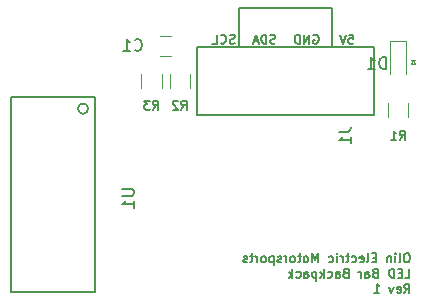
<source format=gbr>
G04 #@! TF.FileFunction,Legend,Bot*
%FSLAX46Y46*%
G04 Gerber Fmt 4.6, Leading zero omitted, Abs format (unit mm)*
G04 Created by KiCad (PCBNEW 4.0.7-e2-6376~58~ubuntu16.04.1) date Sat Feb  3 17:42:28 2018*
%MOMM*%
%LPD*%
G01*
G04 APERTURE LIST*
%ADD10C,0.100000*%
%ADD11C,0.152400*%
%ADD12C,0.127000*%
%ADD13C,0.150000*%
%ADD14C,0.120000*%
G04 APERTURE END LIST*
D10*
D11*
X204016429Y-119318314D02*
X203871286Y-119318314D01*
X203798714Y-119354600D01*
X203726143Y-119427171D01*
X203689857Y-119572314D01*
X203689857Y-119826314D01*
X203726143Y-119971457D01*
X203798714Y-120044029D01*
X203871286Y-120080314D01*
X204016429Y-120080314D01*
X204089000Y-120044029D01*
X204161571Y-119971457D01*
X204197857Y-119826314D01*
X204197857Y-119572314D01*
X204161571Y-119427171D01*
X204089000Y-119354600D01*
X204016429Y-119318314D01*
X203254428Y-120080314D02*
X203327000Y-120044029D01*
X203363285Y-119971457D01*
X203363285Y-119318314D01*
X202964142Y-120080314D02*
X202964142Y-119572314D01*
X202964142Y-119318314D02*
X203000428Y-119354600D01*
X202964142Y-119390886D01*
X202927857Y-119354600D01*
X202964142Y-119318314D01*
X202964142Y-119390886D01*
X202601285Y-119572314D02*
X202601285Y-120080314D01*
X202601285Y-119644886D02*
X202565000Y-119608600D01*
X202492428Y-119572314D01*
X202383571Y-119572314D01*
X202311000Y-119608600D01*
X202274714Y-119681171D01*
X202274714Y-120080314D01*
X201331285Y-119681171D02*
X201077285Y-119681171D01*
X200968428Y-120080314D02*
X201331285Y-120080314D01*
X201331285Y-119318314D01*
X200968428Y-119318314D01*
X200532999Y-120080314D02*
X200605571Y-120044029D01*
X200641856Y-119971457D01*
X200641856Y-119318314D01*
X199952428Y-120044029D02*
X200024999Y-120080314D01*
X200170142Y-120080314D01*
X200242713Y-120044029D01*
X200278999Y-119971457D01*
X200278999Y-119681171D01*
X200242713Y-119608600D01*
X200170142Y-119572314D01*
X200024999Y-119572314D01*
X199952428Y-119608600D01*
X199916142Y-119681171D01*
X199916142Y-119753743D01*
X200278999Y-119826314D01*
X199262999Y-120044029D02*
X199335570Y-120080314D01*
X199480713Y-120080314D01*
X199553285Y-120044029D01*
X199589570Y-120007743D01*
X199625856Y-119935171D01*
X199625856Y-119717457D01*
X199589570Y-119644886D01*
X199553285Y-119608600D01*
X199480713Y-119572314D01*
X199335570Y-119572314D01*
X199262999Y-119608600D01*
X199045285Y-119572314D02*
X198754999Y-119572314D01*
X198936427Y-119318314D02*
X198936427Y-119971457D01*
X198900142Y-120044029D01*
X198827570Y-120080314D01*
X198754999Y-120080314D01*
X198500998Y-120080314D02*
X198500998Y-119572314D01*
X198500998Y-119717457D02*
X198464713Y-119644886D01*
X198428427Y-119608600D01*
X198355856Y-119572314D01*
X198283284Y-119572314D01*
X198029284Y-120080314D02*
X198029284Y-119572314D01*
X198029284Y-119318314D02*
X198065570Y-119354600D01*
X198029284Y-119390886D01*
X197992999Y-119354600D01*
X198029284Y-119318314D01*
X198029284Y-119390886D01*
X197339856Y-120044029D02*
X197412427Y-120080314D01*
X197557570Y-120080314D01*
X197630142Y-120044029D01*
X197666427Y-120007743D01*
X197702713Y-119935171D01*
X197702713Y-119717457D01*
X197666427Y-119644886D01*
X197630142Y-119608600D01*
X197557570Y-119572314D01*
X197412427Y-119572314D01*
X197339856Y-119608600D01*
X196432713Y-120080314D02*
X196432713Y-119318314D01*
X196178713Y-119862600D01*
X195924713Y-119318314D01*
X195924713Y-120080314D01*
X195452999Y-120080314D02*
X195525571Y-120044029D01*
X195561856Y-120007743D01*
X195598142Y-119935171D01*
X195598142Y-119717457D01*
X195561856Y-119644886D01*
X195525571Y-119608600D01*
X195452999Y-119572314D01*
X195344142Y-119572314D01*
X195271571Y-119608600D01*
X195235285Y-119644886D01*
X195198999Y-119717457D01*
X195198999Y-119935171D01*
X195235285Y-120007743D01*
X195271571Y-120044029D01*
X195344142Y-120080314D01*
X195452999Y-120080314D01*
X194981285Y-119572314D02*
X194690999Y-119572314D01*
X194872427Y-119318314D02*
X194872427Y-119971457D01*
X194836142Y-120044029D01*
X194763570Y-120080314D01*
X194690999Y-120080314D01*
X194328141Y-120080314D02*
X194400713Y-120044029D01*
X194436998Y-120007743D01*
X194473284Y-119935171D01*
X194473284Y-119717457D01*
X194436998Y-119644886D01*
X194400713Y-119608600D01*
X194328141Y-119572314D01*
X194219284Y-119572314D01*
X194146713Y-119608600D01*
X194110427Y-119644886D01*
X194074141Y-119717457D01*
X194074141Y-119935171D01*
X194110427Y-120007743D01*
X194146713Y-120044029D01*
X194219284Y-120080314D01*
X194328141Y-120080314D01*
X193747569Y-120080314D02*
X193747569Y-119572314D01*
X193747569Y-119717457D02*
X193711284Y-119644886D01*
X193674998Y-119608600D01*
X193602427Y-119572314D01*
X193529855Y-119572314D01*
X193312141Y-120044029D02*
X193239570Y-120080314D01*
X193094427Y-120080314D01*
X193021855Y-120044029D01*
X192985570Y-119971457D01*
X192985570Y-119935171D01*
X193021855Y-119862600D01*
X193094427Y-119826314D01*
X193203284Y-119826314D01*
X193275855Y-119790029D01*
X193312141Y-119717457D01*
X193312141Y-119681171D01*
X193275855Y-119608600D01*
X193203284Y-119572314D01*
X193094427Y-119572314D01*
X193021855Y-119608600D01*
X192658998Y-119572314D02*
X192658998Y-120334314D01*
X192658998Y-119608600D02*
X192586427Y-119572314D01*
X192441284Y-119572314D01*
X192368713Y-119608600D01*
X192332427Y-119644886D01*
X192296141Y-119717457D01*
X192296141Y-119935171D01*
X192332427Y-120007743D01*
X192368713Y-120044029D01*
X192441284Y-120080314D01*
X192586427Y-120080314D01*
X192658998Y-120044029D01*
X191860712Y-120080314D02*
X191933284Y-120044029D01*
X191969569Y-120007743D01*
X192005855Y-119935171D01*
X192005855Y-119717457D01*
X191969569Y-119644886D01*
X191933284Y-119608600D01*
X191860712Y-119572314D01*
X191751855Y-119572314D01*
X191679284Y-119608600D01*
X191642998Y-119644886D01*
X191606712Y-119717457D01*
X191606712Y-119935171D01*
X191642998Y-120007743D01*
X191679284Y-120044029D01*
X191751855Y-120080314D01*
X191860712Y-120080314D01*
X191280140Y-120080314D02*
X191280140Y-119572314D01*
X191280140Y-119717457D02*
X191243855Y-119644886D01*
X191207569Y-119608600D01*
X191134998Y-119572314D01*
X191062426Y-119572314D01*
X190917284Y-119572314D02*
X190626998Y-119572314D01*
X190808426Y-119318314D02*
X190808426Y-119971457D01*
X190772141Y-120044029D01*
X190699569Y-120080314D01*
X190626998Y-120080314D01*
X190409283Y-120044029D02*
X190336712Y-120080314D01*
X190191569Y-120080314D01*
X190118997Y-120044029D01*
X190082712Y-119971457D01*
X190082712Y-119935171D01*
X190118997Y-119862600D01*
X190191569Y-119826314D01*
X190300426Y-119826314D01*
X190372997Y-119790029D01*
X190409283Y-119717457D01*
X190409283Y-119681171D01*
X190372997Y-119608600D01*
X190300426Y-119572314D01*
X190191569Y-119572314D01*
X190118997Y-119608600D01*
X203798714Y-121375714D02*
X204161571Y-121375714D01*
X204161571Y-120613714D01*
X203544714Y-120976571D02*
X203290714Y-120976571D01*
X203181857Y-121375714D02*
X203544714Y-121375714D01*
X203544714Y-120613714D01*
X203181857Y-120613714D01*
X202855285Y-121375714D02*
X202855285Y-120613714D01*
X202673857Y-120613714D01*
X202565000Y-120650000D01*
X202492428Y-120722571D01*
X202456143Y-120795143D01*
X202419857Y-120940286D01*
X202419857Y-121049143D01*
X202456143Y-121194286D01*
X202492428Y-121266857D01*
X202565000Y-121339429D01*
X202673857Y-121375714D01*
X202855285Y-121375714D01*
X201258714Y-120976571D02*
X201149857Y-121012857D01*
X201113572Y-121049143D01*
X201077286Y-121121714D01*
X201077286Y-121230571D01*
X201113572Y-121303143D01*
X201149857Y-121339429D01*
X201222429Y-121375714D01*
X201512714Y-121375714D01*
X201512714Y-120613714D01*
X201258714Y-120613714D01*
X201186143Y-120650000D01*
X201149857Y-120686286D01*
X201113572Y-120758857D01*
X201113572Y-120831429D01*
X201149857Y-120904000D01*
X201186143Y-120940286D01*
X201258714Y-120976571D01*
X201512714Y-120976571D01*
X200424143Y-121375714D02*
X200424143Y-120976571D01*
X200460429Y-120904000D01*
X200533000Y-120867714D01*
X200678143Y-120867714D01*
X200750714Y-120904000D01*
X200424143Y-121339429D02*
X200496714Y-121375714D01*
X200678143Y-121375714D01*
X200750714Y-121339429D01*
X200787000Y-121266857D01*
X200787000Y-121194286D01*
X200750714Y-121121714D01*
X200678143Y-121085429D01*
X200496714Y-121085429D01*
X200424143Y-121049143D01*
X200061285Y-121375714D02*
X200061285Y-120867714D01*
X200061285Y-121012857D02*
X200025000Y-120940286D01*
X199988714Y-120904000D01*
X199916143Y-120867714D01*
X199843571Y-120867714D01*
X198755000Y-120976571D02*
X198646143Y-121012857D01*
X198609858Y-121049143D01*
X198573572Y-121121714D01*
X198573572Y-121230571D01*
X198609858Y-121303143D01*
X198646143Y-121339429D01*
X198718715Y-121375714D01*
X199009000Y-121375714D01*
X199009000Y-120613714D01*
X198755000Y-120613714D01*
X198682429Y-120650000D01*
X198646143Y-120686286D01*
X198609858Y-120758857D01*
X198609858Y-120831429D01*
X198646143Y-120904000D01*
X198682429Y-120940286D01*
X198755000Y-120976571D01*
X199009000Y-120976571D01*
X197920429Y-121375714D02*
X197920429Y-120976571D01*
X197956715Y-120904000D01*
X198029286Y-120867714D01*
X198174429Y-120867714D01*
X198247000Y-120904000D01*
X197920429Y-121339429D02*
X197993000Y-121375714D01*
X198174429Y-121375714D01*
X198247000Y-121339429D01*
X198283286Y-121266857D01*
X198283286Y-121194286D01*
X198247000Y-121121714D01*
X198174429Y-121085429D01*
X197993000Y-121085429D01*
X197920429Y-121049143D01*
X197231000Y-121339429D02*
X197303571Y-121375714D01*
X197448714Y-121375714D01*
X197521286Y-121339429D01*
X197557571Y-121303143D01*
X197593857Y-121230571D01*
X197593857Y-121012857D01*
X197557571Y-120940286D01*
X197521286Y-120904000D01*
X197448714Y-120867714D01*
X197303571Y-120867714D01*
X197231000Y-120904000D01*
X196904428Y-121375714D02*
X196904428Y-120613714D01*
X196831857Y-121085429D02*
X196614143Y-121375714D01*
X196614143Y-120867714D02*
X196904428Y-121158000D01*
X196287571Y-120867714D02*
X196287571Y-121629714D01*
X196287571Y-120904000D02*
X196215000Y-120867714D01*
X196069857Y-120867714D01*
X195997286Y-120904000D01*
X195961000Y-120940286D01*
X195924714Y-121012857D01*
X195924714Y-121230571D01*
X195961000Y-121303143D01*
X195997286Y-121339429D01*
X196069857Y-121375714D01*
X196215000Y-121375714D01*
X196287571Y-121339429D01*
X195271571Y-121375714D02*
X195271571Y-120976571D01*
X195307857Y-120904000D01*
X195380428Y-120867714D01*
X195525571Y-120867714D01*
X195598142Y-120904000D01*
X195271571Y-121339429D02*
X195344142Y-121375714D01*
X195525571Y-121375714D01*
X195598142Y-121339429D01*
X195634428Y-121266857D01*
X195634428Y-121194286D01*
X195598142Y-121121714D01*
X195525571Y-121085429D01*
X195344142Y-121085429D01*
X195271571Y-121049143D01*
X194582142Y-121339429D02*
X194654713Y-121375714D01*
X194799856Y-121375714D01*
X194872428Y-121339429D01*
X194908713Y-121303143D01*
X194944999Y-121230571D01*
X194944999Y-121012857D01*
X194908713Y-120940286D01*
X194872428Y-120904000D01*
X194799856Y-120867714D01*
X194654713Y-120867714D01*
X194582142Y-120904000D01*
X194255570Y-121375714D02*
X194255570Y-120613714D01*
X194182999Y-121085429D02*
X193965285Y-121375714D01*
X193965285Y-120867714D02*
X194255570Y-121158000D01*
X203726143Y-122671114D02*
X203980143Y-122308257D01*
X204161571Y-122671114D02*
X204161571Y-121909114D01*
X203871286Y-121909114D01*
X203798714Y-121945400D01*
X203762429Y-121981686D01*
X203726143Y-122054257D01*
X203726143Y-122163114D01*
X203762429Y-122235686D01*
X203798714Y-122271971D01*
X203871286Y-122308257D01*
X204161571Y-122308257D01*
X203109286Y-122634829D02*
X203181857Y-122671114D01*
X203327000Y-122671114D01*
X203399571Y-122634829D01*
X203435857Y-122562257D01*
X203435857Y-122271971D01*
X203399571Y-122199400D01*
X203327000Y-122163114D01*
X203181857Y-122163114D01*
X203109286Y-122199400D01*
X203073000Y-122271971D01*
X203073000Y-122344543D01*
X203435857Y-122417114D01*
X202819000Y-122163114D02*
X202637571Y-122671114D01*
X202456143Y-122163114D01*
X201186144Y-122671114D02*
X201621572Y-122671114D01*
X201403858Y-122671114D02*
X201403858Y-121909114D01*
X201476429Y-122017971D01*
X201549001Y-122090543D01*
X201621572Y-122126829D01*
D12*
X199027142Y-100801714D02*
X199389999Y-100801714D01*
X199426285Y-101164571D01*
X199389999Y-101128286D01*
X199317428Y-101092000D01*
X199135999Y-101092000D01*
X199063428Y-101128286D01*
X199027142Y-101164571D01*
X198990857Y-101237143D01*
X198990857Y-101418571D01*
X199027142Y-101491143D01*
X199063428Y-101527429D01*
X199135999Y-101563714D01*
X199317428Y-101563714D01*
X199389999Y-101527429D01*
X199426285Y-101491143D01*
X198773143Y-100801714D02*
X198519143Y-101563714D01*
X198265143Y-100801714D01*
X196033572Y-100838000D02*
X196106143Y-100801714D01*
X196215000Y-100801714D01*
X196323857Y-100838000D01*
X196396429Y-100910571D01*
X196432714Y-100983143D01*
X196469000Y-101128286D01*
X196469000Y-101237143D01*
X196432714Y-101382286D01*
X196396429Y-101454857D01*
X196323857Y-101527429D01*
X196215000Y-101563714D01*
X196142429Y-101563714D01*
X196033572Y-101527429D01*
X195997286Y-101491143D01*
X195997286Y-101237143D01*
X196142429Y-101237143D01*
X195670714Y-101563714D02*
X195670714Y-100801714D01*
X195235286Y-101563714D01*
X195235286Y-100801714D01*
X194872428Y-101563714D02*
X194872428Y-100801714D01*
X194691000Y-100801714D01*
X194582143Y-100838000D01*
X194509571Y-100910571D01*
X194473286Y-100983143D01*
X194437000Y-101128286D01*
X194437000Y-101237143D01*
X194473286Y-101382286D01*
X194509571Y-101454857D01*
X194582143Y-101527429D01*
X194691000Y-101563714D01*
X194872428Y-101563714D01*
X192822285Y-101527429D02*
X192713428Y-101563714D01*
X192531999Y-101563714D01*
X192459428Y-101527429D01*
X192423142Y-101491143D01*
X192386857Y-101418571D01*
X192386857Y-101346000D01*
X192423142Y-101273429D01*
X192459428Y-101237143D01*
X192531999Y-101200857D01*
X192677142Y-101164571D01*
X192749714Y-101128286D01*
X192785999Y-101092000D01*
X192822285Y-101019429D01*
X192822285Y-100946857D01*
X192785999Y-100874286D01*
X192749714Y-100838000D01*
X192677142Y-100801714D01*
X192495714Y-100801714D01*
X192386857Y-100838000D01*
X192060285Y-101563714D02*
X192060285Y-100801714D01*
X191878857Y-100801714D01*
X191770000Y-100838000D01*
X191697428Y-100910571D01*
X191661143Y-100983143D01*
X191624857Y-101128286D01*
X191624857Y-101237143D01*
X191661143Y-101382286D01*
X191697428Y-101454857D01*
X191770000Y-101527429D01*
X191878857Y-101563714D01*
X192060285Y-101563714D01*
X191334571Y-101346000D02*
X190971714Y-101346000D01*
X191407143Y-101563714D02*
X191153143Y-100801714D01*
X190899143Y-101563714D01*
X189375142Y-101527429D02*
X189266285Y-101563714D01*
X189084856Y-101563714D01*
X189012285Y-101527429D01*
X188975999Y-101491143D01*
X188939714Y-101418571D01*
X188939714Y-101346000D01*
X188975999Y-101273429D01*
X189012285Y-101237143D01*
X189084856Y-101200857D01*
X189229999Y-101164571D01*
X189302571Y-101128286D01*
X189338856Y-101092000D01*
X189375142Y-101019429D01*
X189375142Y-100946857D01*
X189338856Y-100874286D01*
X189302571Y-100838000D01*
X189229999Y-100801714D01*
X189048571Y-100801714D01*
X188939714Y-100838000D01*
X188177714Y-101491143D02*
X188214000Y-101527429D01*
X188322857Y-101563714D01*
X188395428Y-101563714D01*
X188504285Y-101527429D01*
X188576857Y-101454857D01*
X188613142Y-101382286D01*
X188649428Y-101237143D01*
X188649428Y-101128286D01*
X188613142Y-100983143D01*
X188576857Y-100910571D01*
X188504285Y-100838000D01*
X188395428Y-100801714D01*
X188322857Y-100801714D01*
X188214000Y-100838000D01*
X188177714Y-100874286D01*
X187488285Y-101563714D02*
X187851142Y-101563714D01*
X187851142Y-100801714D01*
D13*
X189775000Y-101847000D02*
X189775000Y-98537000D01*
X189775000Y-98537000D02*
X197575000Y-98537000D01*
X197575000Y-98537000D02*
X197575000Y-101847000D01*
X201175000Y-101847000D02*
X201175000Y-107569000D01*
X186175000Y-101847000D02*
X186175000Y-107569000D01*
X201175000Y-101847000D02*
X186175000Y-101847000D01*
X201175000Y-107569000D02*
X186175000Y-107569000D01*
X176966998Y-107061000D02*
G75*
G03X176966998Y-107061000I-436998J0D01*
G01*
X177546000Y-106045000D02*
X170434000Y-106045000D01*
X177546000Y-122555000D02*
X177546000Y-106045000D01*
X170434000Y-122555000D02*
X177546000Y-122555000D01*
X170434000Y-106045000D02*
X170434000Y-122555000D01*
D14*
X184015000Y-102577000D02*
X183015000Y-102577000D01*
X183015000Y-100877000D02*
X184015000Y-100877000D01*
X202500000Y-101324000D02*
X203900000Y-101324000D01*
D10*
X204270000Y-102978000D02*
X204670000Y-102978000D01*
X204470000Y-102978000D02*
X204270000Y-103278000D01*
X204670000Y-103278000D02*
X204470000Y-102978000D01*
X204270000Y-103278000D02*
X204670000Y-103278000D01*
D14*
X203900000Y-101324000D02*
X203900000Y-104124000D01*
X202500000Y-101324000D02*
X202500000Y-104124000D01*
X185618656Y-105313024D02*
X185618656Y-104113024D01*
X183858656Y-104113024D02*
X183858656Y-105313024D01*
X183205656Y-105313024D02*
X183205656Y-104113024D01*
X181445656Y-104113024D02*
X181445656Y-105313024D01*
X202320000Y-106588000D02*
X202320000Y-107788000D01*
X204080000Y-107788000D02*
X204080000Y-106588000D01*
D13*
X198207381Y-109013667D02*
X198921667Y-109013667D01*
X199064524Y-108966047D01*
X199159762Y-108870809D01*
X199207381Y-108727952D01*
X199207381Y-108632714D01*
X199207381Y-110013667D02*
X199207381Y-109442238D01*
X199207381Y-109727952D02*
X198207381Y-109727952D01*
X198350238Y-109632714D01*
X198445476Y-109537476D01*
X198493095Y-109442238D01*
X179843181Y-113868295D02*
X180652705Y-113868295D01*
X180747943Y-113915914D01*
X180795562Y-113963533D01*
X180843181Y-114058771D01*
X180843181Y-114249248D01*
X180795562Y-114344486D01*
X180747943Y-114392105D01*
X180652705Y-114439724D01*
X179843181Y-114439724D01*
X180843181Y-115439724D02*
X180843181Y-114868295D01*
X180843181Y-115154009D02*
X179843181Y-115154009D01*
X179986038Y-115058771D01*
X180081276Y-114963533D01*
X180128895Y-114868295D01*
X180887666Y-102084143D02*
X180935285Y-102131762D01*
X181078142Y-102179381D01*
X181173380Y-102179381D01*
X181316238Y-102131762D01*
X181411476Y-102036524D01*
X181459095Y-101941286D01*
X181506714Y-101750810D01*
X181506714Y-101607952D01*
X181459095Y-101417476D01*
X181411476Y-101322238D01*
X181316238Y-101227000D01*
X181173380Y-101179381D01*
X181078142Y-101179381D01*
X180935285Y-101227000D01*
X180887666Y-101274619D01*
X179935285Y-102179381D02*
X180506714Y-102179381D01*
X180221000Y-102179381D02*
X180221000Y-101179381D01*
X180316238Y-101322238D01*
X180411476Y-101417476D01*
X180506714Y-101465095D01*
X202160095Y-103703381D02*
X202160095Y-102703381D01*
X201922000Y-102703381D01*
X201779142Y-102751000D01*
X201683904Y-102846238D01*
X201636285Y-102941476D01*
X201588666Y-103131952D01*
X201588666Y-103274810D01*
X201636285Y-103465286D01*
X201683904Y-103560524D01*
X201779142Y-103655762D01*
X201922000Y-103703381D01*
X202160095Y-103703381D01*
X200636285Y-103703381D02*
X201207714Y-103703381D01*
X200922000Y-103703381D02*
X200922000Y-102703381D01*
X201017238Y-102846238D01*
X201112476Y-102941476D01*
X201207714Y-102989095D01*
D12*
X184865656Y-107151714D02*
X185119656Y-106788857D01*
X185301084Y-107151714D02*
X185301084Y-106389714D01*
X185010799Y-106389714D01*
X184938227Y-106426000D01*
X184901942Y-106462286D01*
X184865656Y-106534857D01*
X184865656Y-106643714D01*
X184901942Y-106716286D01*
X184938227Y-106752571D01*
X185010799Y-106788857D01*
X185301084Y-106788857D01*
X184575370Y-106462286D02*
X184539084Y-106426000D01*
X184466513Y-106389714D01*
X184285084Y-106389714D01*
X184212513Y-106426000D01*
X184176227Y-106462286D01*
X184139942Y-106534857D01*
X184139942Y-106607429D01*
X184176227Y-106716286D01*
X184611656Y-107151714D01*
X184139942Y-107151714D01*
X182452656Y-107151714D02*
X182706656Y-106788857D01*
X182888084Y-107151714D02*
X182888084Y-106389714D01*
X182597799Y-106389714D01*
X182525227Y-106426000D01*
X182488942Y-106462286D01*
X182452656Y-106534857D01*
X182452656Y-106643714D01*
X182488942Y-106716286D01*
X182525227Y-106752571D01*
X182597799Y-106788857D01*
X182888084Y-106788857D01*
X182198656Y-106389714D02*
X181726942Y-106389714D01*
X181980942Y-106680000D01*
X181872084Y-106680000D01*
X181799513Y-106716286D01*
X181763227Y-106752571D01*
X181726942Y-106825143D01*
X181726942Y-107006571D01*
X181763227Y-107079143D01*
X181799513Y-107115429D01*
X181872084Y-107151714D01*
X182089799Y-107151714D01*
X182162370Y-107115429D01*
X182198656Y-107079143D01*
X203327000Y-109691714D02*
X203581000Y-109328857D01*
X203762428Y-109691714D02*
X203762428Y-108929714D01*
X203472143Y-108929714D01*
X203399571Y-108966000D01*
X203363286Y-109002286D01*
X203327000Y-109074857D01*
X203327000Y-109183714D01*
X203363286Y-109256286D01*
X203399571Y-109292571D01*
X203472143Y-109328857D01*
X203762428Y-109328857D01*
X202601286Y-109691714D02*
X203036714Y-109691714D01*
X202819000Y-109691714D02*
X202819000Y-108929714D01*
X202891571Y-109038571D01*
X202964143Y-109111143D01*
X203036714Y-109147429D01*
M02*

</source>
